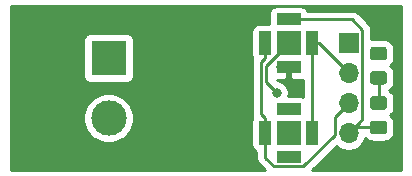
<source format=gbr>
G04 #@! TF.GenerationSoftware,KiCad,Pcbnew,5.1.5*
G04 #@! TF.CreationDate,2020-01-04T22:00:14+01:00*
G04 #@! TF.ProjectId,cs_ina220,63735f69-6e61-4323-9230-2e6b69636164,rev?*
G04 #@! TF.SameCoordinates,Original*
G04 #@! TF.FileFunction,Copper,L2,Bot*
G04 #@! TF.FilePolarity,Positive*
%FSLAX46Y46*%
G04 Gerber Fmt 4.6, Leading zero omitted, Abs format (unit mm)*
G04 Created by KiCad (PCBNEW 5.1.5) date 2020-01-04 22:00:14*
%MOMM*%
%LPD*%
G04 APERTURE LIST*
%ADD10C,0.100000*%
%ADD11C,0.700000*%
%ADD12C,4.400000*%
%ADD13R,2.000000X1.000000*%
%ADD14R,1.000000X2.000000*%
%ADD15R,2.000000X2.000000*%
%ADD16C,3.000000*%
%ADD17R,3.000000X3.000000*%
%ADD18O,1.700000X1.700000*%
%ADD19R,1.700000X1.700000*%
%ADD20C,0.800000*%
%ADD21C,0.250000*%
%ADD22C,0.254000*%
G04 APERTURE END LIST*
G04 #@! TA.AperFunction,SMDPad,CuDef*
D10*
G36*
X135094505Y-94186204D02*
G01*
X135118773Y-94189804D01*
X135142572Y-94195765D01*
X135165671Y-94204030D01*
X135187850Y-94214520D01*
X135208893Y-94227132D01*
X135228599Y-94241747D01*
X135246777Y-94258223D01*
X135263253Y-94276401D01*
X135277868Y-94296107D01*
X135290480Y-94317150D01*
X135300970Y-94339329D01*
X135309235Y-94362428D01*
X135315196Y-94386227D01*
X135318796Y-94410495D01*
X135320000Y-94434999D01*
X135320000Y-95085001D01*
X135318796Y-95109505D01*
X135315196Y-95133773D01*
X135309235Y-95157572D01*
X135300970Y-95180671D01*
X135290480Y-95202850D01*
X135277868Y-95223893D01*
X135263253Y-95243599D01*
X135246777Y-95261777D01*
X135228599Y-95278253D01*
X135208893Y-95292868D01*
X135187850Y-95305480D01*
X135165671Y-95315970D01*
X135142572Y-95324235D01*
X135118773Y-95330196D01*
X135094505Y-95333796D01*
X135070001Y-95335000D01*
X134169999Y-95335000D01*
X134145495Y-95333796D01*
X134121227Y-95330196D01*
X134097428Y-95324235D01*
X134074329Y-95315970D01*
X134052150Y-95305480D01*
X134031107Y-95292868D01*
X134011401Y-95278253D01*
X133993223Y-95261777D01*
X133976747Y-95243599D01*
X133962132Y-95223893D01*
X133949520Y-95202850D01*
X133939030Y-95180671D01*
X133930765Y-95157572D01*
X133924804Y-95133773D01*
X133921204Y-95109505D01*
X133920000Y-95085001D01*
X133920000Y-94434999D01*
X133921204Y-94410495D01*
X133924804Y-94386227D01*
X133930765Y-94362428D01*
X133939030Y-94339329D01*
X133949520Y-94317150D01*
X133962132Y-94296107D01*
X133976747Y-94276401D01*
X133993223Y-94258223D01*
X134011401Y-94241747D01*
X134031107Y-94227132D01*
X134052150Y-94214520D01*
X134074329Y-94204030D01*
X134097428Y-94195765D01*
X134121227Y-94189804D01*
X134145495Y-94186204D01*
X134169999Y-94185000D01*
X135070001Y-94185000D01*
X135094505Y-94186204D01*
G37*
G04 #@! TD.AperFunction*
G04 #@! TA.AperFunction,SMDPad,CuDef*
G36*
X135094505Y-92136204D02*
G01*
X135118773Y-92139804D01*
X135142572Y-92145765D01*
X135165671Y-92154030D01*
X135187850Y-92164520D01*
X135208893Y-92177132D01*
X135228599Y-92191747D01*
X135246777Y-92208223D01*
X135263253Y-92226401D01*
X135277868Y-92246107D01*
X135290480Y-92267150D01*
X135300970Y-92289329D01*
X135309235Y-92312428D01*
X135315196Y-92336227D01*
X135318796Y-92360495D01*
X135320000Y-92384999D01*
X135320000Y-93035001D01*
X135318796Y-93059505D01*
X135315196Y-93083773D01*
X135309235Y-93107572D01*
X135300970Y-93130671D01*
X135290480Y-93152850D01*
X135277868Y-93173893D01*
X135263253Y-93193599D01*
X135246777Y-93211777D01*
X135228599Y-93228253D01*
X135208893Y-93242868D01*
X135187850Y-93255480D01*
X135165671Y-93265970D01*
X135142572Y-93274235D01*
X135118773Y-93280196D01*
X135094505Y-93283796D01*
X135070001Y-93285000D01*
X134169999Y-93285000D01*
X134145495Y-93283796D01*
X134121227Y-93280196D01*
X134097428Y-93274235D01*
X134074329Y-93265970D01*
X134052150Y-93255480D01*
X134031107Y-93242868D01*
X134011401Y-93228253D01*
X133993223Y-93211777D01*
X133976747Y-93193599D01*
X133962132Y-93173893D01*
X133949520Y-93152850D01*
X133939030Y-93130671D01*
X133930765Y-93107572D01*
X133924804Y-93083773D01*
X133921204Y-93059505D01*
X133920000Y-93035001D01*
X133920000Y-92384999D01*
X133921204Y-92360495D01*
X133924804Y-92336227D01*
X133930765Y-92312428D01*
X133939030Y-92289329D01*
X133949520Y-92267150D01*
X133962132Y-92246107D01*
X133976747Y-92226401D01*
X133993223Y-92208223D01*
X134011401Y-92191747D01*
X134031107Y-92177132D01*
X134052150Y-92164520D01*
X134074329Y-92154030D01*
X134097428Y-92145765D01*
X134121227Y-92139804D01*
X134145495Y-92136204D01*
X134169999Y-92135000D01*
X135070001Y-92135000D01*
X135094505Y-92136204D01*
G37*
G04 #@! TD.AperFunction*
G04 #@! TA.AperFunction,SMDPad,CuDef*
G36*
X135094505Y-87936204D02*
G01*
X135118773Y-87939804D01*
X135142572Y-87945765D01*
X135165671Y-87954030D01*
X135187850Y-87964520D01*
X135208893Y-87977132D01*
X135228599Y-87991747D01*
X135246777Y-88008223D01*
X135263253Y-88026401D01*
X135277868Y-88046107D01*
X135290480Y-88067150D01*
X135300970Y-88089329D01*
X135309235Y-88112428D01*
X135315196Y-88136227D01*
X135318796Y-88160495D01*
X135320000Y-88184999D01*
X135320000Y-88835001D01*
X135318796Y-88859505D01*
X135315196Y-88883773D01*
X135309235Y-88907572D01*
X135300970Y-88930671D01*
X135290480Y-88952850D01*
X135277868Y-88973893D01*
X135263253Y-88993599D01*
X135246777Y-89011777D01*
X135228599Y-89028253D01*
X135208893Y-89042868D01*
X135187850Y-89055480D01*
X135165671Y-89065970D01*
X135142572Y-89074235D01*
X135118773Y-89080196D01*
X135094505Y-89083796D01*
X135070001Y-89085000D01*
X134169999Y-89085000D01*
X134145495Y-89083796D01*
X134121227Y-89080196D01*
X134097428Y-89074235D01*
X134074329Y-89065970D01*
X134052150Y-89055480D01*
X134031107Y-89042868D01*
X134011401Y-89028253D01*
X133993223Y-89011777D01*
X133976747Y-88993599D01*
X133962132Y-88973893D01*
X133949520Y-88952850D01*
X133939030Y-88930671D01*
X133930765Y-88907572D01*
X133924804Y-88883773D01*
X133921204Y-88859505D01*
X133920000Y-88835001D01*
X133920000Y-88184999D01*
X133921204Y-88160495D01*
X133924804Y-88136227D01*
X133930765Y-88112428D01*
X133939030Y-88089329D01*
X133949520Y-88067150D01*
X133962132Y-88046107D01*
X133976747Y-88026401D01*
X133993223Y-88008223D01*
X134011401Y-87991747D01*
X134031107Y-87977132D01*
X134052150Y-87964520D01*
X134074329Y-87954030D01*
X134097428Y-87945765D01*
X134121227Y-87939804D01*
X134145495Y-87936204D01*
X134169999Y-87935000D01*
X135070001Y-87935000D01*
X135094505Y-87936204D01*
G37*
G04 #@! TD.AperFunction*
G04 #@! TA.AperFunction,SMDPad,CuDef*
G36*
X135094505Y-89986204D02*
G01*
X135118773Y-89989804D01*
X135142572Y-89995765D01*
X135165671Y-90004030D01*
X135187850Y-90014520D01*
X135208893Y-90027132D01*
X135228599Y-90041747D01*
X135246777Y-90058223D01*
X135263253Y-90076401D01*
X135277868Y-90096107D01*
X135290480Y-90117150D01*
X135300970Y-90139329D01*
X135309235Y-90162428D01*
X135315196Y-90186227D01*
X135318796Y-90210495D01*
X135320000Y-90234999D01*
X135320000Y-90885001D01*
X135318796Y-90909505D01*
X135315196Y-90933773D01*
X135309235Y-90957572D01*
X135300970Y-90980671D01*
X135290480Y-91002850D01*
X135277868Y-91023893D01*
X135263253Y-91043599D01*
X135246777Y-91061777D01*
X135228599Y-91078253D01*
X135208893Y-91092868D01*
X135187850Y-91105480D01*
X135165671Y-91115970D01*
X135142572Y-91124235D01*
X135118773Y-91130196D01*
X135094505Y-91133796D01*
X135070001Y-91135000D01*
X134169999Y-91135000D01*
X134145495Y-91133796D01*
X134121227Y-91130196D01*
X134097428Y-91124235D01*
X134074329Y-91115970D01*
X134052150Y-91105480D01*
X134031107Y-91092868D01*
X134011401Y-91078253D01*
X133993223Y-91061777D01*
X133976747Y-91043599D01*
X133962132Y-91023893D01*
X133949520Y-91002850D01*
X133939030Y-90980671D01*
X133930765Y-90957572D01*
X133924804Y-90933773D01*
X133921204Y-90909505D01*
X133920000Y-90885001D01*
X133920000Y-90234999D01*
X133921204Y-90210495D01*
X133924804Y-90186227D01*
X133930765Y-90162428D01*
X133939030Y-90139329D01*
X133949520Y-90117150D01*
X133962132Y-90096107D01*
X133976747Y-90076401D01*
X133993223Y-90058223D01*
X134011401Y-90041747D01*
X134031107Y-90027132D01*
X134052150Y-90014520D01*
X134074329Y-90004030D01*
X134097428Y-89995765D01*
X134121227Y-89989804D01*
X134145495Y-89986204D01*
X134169999Y-89985000D01*
X135070001Y-89985000D01*
X135094505Y-89986204D01*
G37*
G04 #@! TD.AperFunction*
D11*
X121816726Y-94083274D03*
X120650000Y-93600000D03*
X119483274Y-94083274D03*
X119000000Y-95250000D03*
X119483274Y-96416726D03*
X120650000Y-96900000D03*
X121816726Y-96416726D03*
X122300000Y-95250000D03*
D12*
X120650000Y-95250000D03*
D11*
X121816726Y-86463274D03*
X120650000Y-85980000D03*
X119483274Y-86463274D03*
X119000000Y-87630000D03*
X119483274Y-88796726D03*
X120650000Y-89280000D03*
X121816726Y-88796726D03*
X122300000Y-87630000D03*
D12*
X120650000Y-87630000D03*
D13*
X127000000Y-89630000D03*
X127000000Y-85630000D03*
D14*
X125000000Y-87630000D03*
X129000000Y-87630000D03*
D15*
X127000000Y-87630000D03*
D13*
X127000000Y-97250000D03*
X127000000Y-93250000D03*
D14*
X125000000Y-95250000D03*
X129000000Y-95250000D03*
D15*
X127000000Y-95250000D03*
D16*
X111760000Y-93980000D03*
D17*
X111760000Y-88900000D03*
D18*
X132080000Y-95250000D03*
X132080000Y-92710000D03*
X132080000Y-90170000D03*
D19*
X132080000Y-87630000D03*
D20*
X134620000Y-90560000D03*
X127000000Y-97282000D03*
X126365000Y-89662000D03*
X127000000Y-93250000D03*
X134620000Y-88510000D03*
X127000000Y-95250000D03*
X125984000Y-91821000D03*
D21*
X129000000Y-94000000D02*
X129000000Y-87630000D01*
X129000000Y-95250000D02*
X129000000Y-94000000D01*
X129540000Y-87630000D02*
X129000000Y-87630000D01*
X132080000Y-90170000D02*
X129540000Y-87630000D01*
X134620000Y-92710000D02*
X134620000Y-90560000D01*
X132929999Y-94400001D02*
X132080000Y-95250000D01*
X133255001Y-94074999D02*
X132929999Y-94400001D01*
X133255001Y-86519999D02*
X133255001Y-94074999D01*
X132365002Y-85630000D02*
X133255001Y-86519999D01*
X127000000Y-85630000D02*
X132365002Y-85630000D01*
X132570000Y-94760000D02*
X132080000Y-95250000D01*
X134620000Y-94760000D02*
X132570000Y-94760000D01*
X125000000Y-96500000D02*
X125000000Y-95250000D01*
X125739999Y-98075001D02*
X125000000Y-97335002D01*
X128260001Y-98075001D02*
X125739999Y-98075001D01*
X130904999Y-95430003D02*
X128260001Y-98075001D01*
X125000000Y-97335002D02*
X125000000Y-96500000D01*
X130904999Y-93885001D02*
X130904999Y-95430003D01*
X132080000Y-92710000D02*
X130904999Y-93885001D01*
X124644990Y-89235010D02*
X124644990Y-93644990D01*
X124644990Y-93644990D02*
X125000000Y-94000000D01*
X125000000Y-88880000D02*
X124644990Y-89235010D01*
X125000000Y-94000000D02*
X125000000Y-95250000D01*
X125000000Y-87630000D02*
X125000000Y-88880000D01*
X127000000Y-87630000D02*
X125730000Y-88900000D01*
X125730000Y-88900000D02*
X125095000Y-89535000D01*
X125095000Y-89535000D02*
X125095000Y-90932000D01*
X125095000Y-90932000D02*
X125984000Y-91821000D01*
D22*
G36*
X136500000Y-98400000D02*
G01*
X129009803Y-98400000D01*
X131069848Y-96339955D01*
X131133368Y-96403475D01*
X131376589Y-96565990D01*
X131646842Y-96677932D01*
X131933740Y-96735000D01*
X132226260Y-96735000D01*
X132513158Y-96677932D01*
X132783411Y-96565990D01*
X133026632Y-96403475D01*
X133233475Y-96196632D01*
X133395990Y-95953411D01*
X133507932Y-95683158D01*
X133509814Y-95673697D01*
X133542038Y-95712962D01*
X133676613Y-95823405D01*
X133830149Y-95905472D01*
X133996745Y-95956008D01*
X134169999Y-95973072D01*
X135070001Y-95973072D01*
X135243255Y-95956008D01*
X135409851Y-95905472D01*
X135563387Y-95823405D01*
X135697962Y-95712962D01*
X135808405Y-95578387D01*
X135890472Y-95424851D01*
X135941008Y-95258255D01*
X135958072Y-95085001D01*
X135958072Y-94434999D01*
X135941008Y-94261745D01*
X135890472Y-94095149D01*
X135808405Y-93941613D01*
X135697962Y-93807038D01*
X135610184Y-93735000D01*
X135697962Y-93662962D01*
X135808405Y-93528387D01*
X135890472Y-93374851D01*
X135941008Y-93208255D01*
X135958072Y-93035001D01*
X135958072Y-92384999D01*
X135941008Y-92211745D01*
X135890472Y-92045149D01*
X135808405Y-91891613D01*
X135697962Y-91757038D01*
X135563387Y-91646595D01*
X135541694Y-91635000D01*
X135563387Y-91623405D01*
X135697962Y-91512962D01*
X135808405Y-91378387D01*
X135890472Y-91224851D01*
X135941008Y-91058255D01*
X135958072Y-90885001D01*
X135958072Y-90234999D01*
X135941008Y-90061745D01*
X135890472Y-89895149D01*
X135808405Y-89741613D01*
X135697962Y-89607038D01*
X135610184Y-89535000D01*
X135697962Y-89462962D01*
X135808405Y-89328387D01*
X135890472Y-89174851D01*
X135941008Y-89008255D01*
X135958072Y-88835001D01*
X135958072Y-88184999D01*
X135941008Y-88011745D01*
X135890472Y-87845149D01*
X135808405Y-87691613D01*
X135697962Y-87557038D01*
X135563387Y-87446595D01*
X135409851Y-87364528D01*
X135243255Y-87313992D01*
X135070001Y-87296928D01*
X134169999Y-87296928D01*
X134015001Y-87312194D01*
X134015001Y-86557324D01*
X134018677Y-86519999D01*
X134015001Y-86482674D01*
X134015001Y-86482666D01*
X134004004Y-86371013D01*
X133960547Y-86227752D01*
X133889975Y-86095723D01*
X133795002Y-85979998D01*
X133766005Y-85956201D01*
X132928805Y-85119002D01*
X132905003Y-85089999D01*
X132789278Y-84995026D01*
X132657249Y-84924454D01*
X132513988Y-84880997D01*
X132402335Y-84870000D01*
X132402324Y-84870000D01*
X132365002Y-84866324D01*
X132327680Y-84870000D01*
X128581046Y-84870000D01*
X128530537Y-84775506D01*
X128451185Y-84678815D01*
X128354494Y-84599463D01*
X128244180Y-84540498D01*
X128124482Y-84504188D01*
X128000000Y-84491928D01*
X126000000Y-84491928D01*
X125875518Y-84504188D01*
X125755820Y-84540498D01*
X125645506Y-84599463D01*
X125548815Y-84678815D01*
X125469463Y-84775506D01*
X125410498Y-84885820D01*
X125374188Y-85005518D01*
X125361928Y-85130000D01*
X125361928Y-85991928D01*
X124500000Y-85991928D01*
X124375518Y-86004188D01*
X124255820Y-86040498D01*
X124145506Y-86099463D01*
X124048815Y-86178815D01*
X123969463Y-86275506D01*
X123910498Y-86385820D01*
X123874188Y-86505518D01*
X123861928Y-86630000D01*
X123861928Y-88630000D01*
X123874188Y-88754482D01*
X123910498Y-88874180D01*
X123943301Y-88935549D01*
X123939444Y-88942764D01*
X123895987Y-89086025D01*
X123884990Y-89197678D01*
X123884990Y-89197688D01*
X123881314Y-89235010D01*
X123884990Y-89272333D01*
X123884991Y-93607658D01*
X123881314Y-93644990D01*
X123884991Y-93682323D01*
X123895988Y-93793976D01*
X123908797Y-93836202D01*
X123939444Y-93937236D01*
X123943301Y-93944451D01*
X123910498Y-94005820D01*
X123874188Y-94125518D01*
X123861928Y-94250000D01*
X123861928Y-96250000D01*
X123874188Y-96374482D01*
X123910498Y-96494180D01*
X123969463Y-96604494D01*
X124048815Y-96701185D01*
X124145506Y-96780537D01*
X124240000Y-96831046D01*
X124240000Y-97297680D01*
X124236324Y-97335002D01*
X124240000Y-97372324D01*
X124240000Y-97372334D01*
X124250997Y-97483987D01*
X124294384Y-97627018D01*
X124294454Y-97627248D01*
X124365026Y-97759278D01*
X124404871Y-97807828D01*
X124459999Y-97875003D01*
X124489002Y-97898805D01*
X124990196Y-98400000D01*
X103530000Y-98400000D01*
X103530000Y-97239775D01*
X118839830Y-97239775D01*
X119079976Y-97627018D01*
X119573877Y-97887641D01*
X120109133Y-98046901D01*
X120665174Y-98098678D01*
X121220632Y-98040981D01*
X121754161Y-97876028D01*
X122220024Y-97627018D01*
X122460170Y-97239775D01*
X120650000Y-95429605D01*
X118839830Y-97239775D01*
X103530000Y-97239775D01*
X103530000Y-93769721D01*
X109625000Y-93769721D01*
X109625000Y-94190279D01*
X109707047Y-94602756D01*
X109867988Y-94991302D01*
X110101637Y-95340983D01*
X110399017Y-95638363D01*
X110748698Y-95872012D01*
X111137244Y-96032953D01*
X111549721Y-96115000D01*
X111970279Y-96115000D01*
X112382756Y-96032953D01*
X112771302Y-95872012D01*
X113120983Y-95638363D01*
X113418363Y-95340983D01*
X113469016Y-95265174D01*
X117801322Y-95265174D01*
X117859019Y-95820632D01*
X118023972Y-96354161D01*
X118272982Y-96820024D01*
X118660225Y-97060170D01*
X120470395Y-95250000D01*
X120829605Y-95250000D01*
X122639775Y-97060170D01*
X123027018Y-96820024D01*
X123287641Y-96326123D01*
X123446901Y-95790867D01*
X123498678Y-95234826D01*
X123440981Y-94679368D01*
X123276028Y-94145839D01*
X123027018Y-93679976D01*
X122639775Y-93439830D01*
X120829605Y-95250000D01*
X120470395Y-95250000D01*
X118660225Y-93439830D01*
X118272982Y-93679976D01*
X118012359Y-94173877D01*
X117853099Y-94709133D01*
X117801322Y-95265174D01*
X113469016Y-95265174D01*
X113652012Y-94991302D01*
X113812953Y-94602756D01*
X113895000Y-94190279D01*
X113895000Y-93769721D01*
X113812953Y-93357244D01*
X113772767Y-93260225D01*
X118839830Y-93260225D01*
X120650000Y-95070395D01*
X122460170Y-93260225D01*
X122220024Y-92872982D01*
X121726123Y-92612359D01*
X121190867Y-92453099D01*
X120634826Y-92401322D01*
X120079368Y-92459019D01*
X119545839Y-92623972D01*
X119079976Y-92872982D01*
X118839830Y-93260225D01*
X113772767Y-93260225D01*
X113652012Y-92968698D01*
X113418363Y-92619017D01*
X113120983Y-92321637D01*
X112771302Y-92087988D01*
X112382756Y-91927047D01*
X111970279Y-91845000D01*
X111549721Y-91845000D01*
X111137244Y-91927047D01*
X110748698Y-92087988D01*
X110399017Y-92321637D01*
X110101637Y-92619017D01*
X109867988Y-92968698D01*
X109707047Y-93357244D01*
X109625000Y-93769721D01*
X103530000Y-93769721D01*
X103530000Y-87400000D01*
X109621928Y-87400000D01*
X109621928Y-90400000D01*
X109634188Y-90524482D01*
X109670498Y-90644180D01*
X109729463Y-90754494D01*
X109808815Y-90851185D01*
X109905506Y-90930537D01*
X110015820Y-90989502D01*
X110135518Y-91025812D01*
X110260000Y-91038072D01*
X113260000Y-91038072D01*
X113384482Y-91025812D01*
X113504180Y-90989502D01*
X113614494Y-90930537D01*
X113711185Y-90851185D01*
X113790537Y-90754494D01*
X113849502Y-90644180D01*
X113885812Y-90524482D01*
X113898072Y-90400000D01*
X113898072Y-89619775D01*
X118839830Y-89619775D01*
X119079976Y-90007018D01*
X119573877Y-90267641D01*
X120109133Y-90426901D01*
X120665174Y-90478678D01*
X121220632Y-90420981D01*
X121754161Y-90256028D01*
X122220024Y-90007018D01*
X122460170Y-89619775D01*
X120650000Y-87809605D01*
X118839830Y-89619775D01*
X113898072Y-89619775D01*
X113898072Y-87645174D01*
X117801322Y-87645174D01*
X117859019Y-88200632D01*
X118023972Y-88734161D01*
X118272982Y-89200024D01*
X118660225Y-89440170D01*
X120470395Y-87630000D01*
X120829605Y-87630000D01*
X122639775Y-89440170D01*
X123027018Y-89200024D01*
X123287641Y-88706123D01*
X123446901Y-88170867D01*
X123498678Y-87614826D01*
X123440981Y-87059368D01*
X123276028Y-86525839D01*
X123027018Y-86059976D01*
X122639775Y-85819830D01*
X120829605Y-87630000D01*
X120470395Y-87630000D01*
X118660225Y-85819830D01*
X118272982Y-86059976D01*
X118012359Y-86553877D01*
X117853099Y-87089133D01*
X117801322Y-87645174D01*
X113898072Y-87645174D01*
X113898072Y-87400000D01*
X113885812Y-87275518D01*
X113849502Y-87155820D01*
X113790537Y-87045506D01*
X113711185Y-86948815D01*
X113614494Y-86869463D01*
X113504180Y-86810498D01*
X113384482Y-86774188D01*
X113260000Y-86761928D01*
X110260000Y-86761928D01*
X110135518Y-86774188D01*
X110015820Y-86810498D01*
X109905506Y-86869463D01*
X109808815Y-86948815D01*
X109729463Y-87045506D01*
X109670498Y-87155820D01*
X109634188Y-87275518D01*
X109621928Y-87400000D01*
X103530000Y-87400000D01*
X103530000Y-85640225D01*
X118839830Y-85640225D01*
X120650000Y-87450395D01*
X122460170Y-85640225D01*
X122220024Y-85252982D01*
X121726123Y-84992359D01*
X121190867Y-84833099D01*
X120634826Y-84781322D01*
X120079368Y-84839019D01*
X119545839Y-85003972D01*
X119079976Y-85252982D01*
X118839830Y-85640225D01*
X103530000Y-85640225D01*
X103530000Y-84480000D01*
X136500001Y-84480000D01*
X136500000Y-98400000D01*
G37*
X136500000Y-98400000D02*
X129009803Y-98400000D01*
X131069848Y-96339955D01*
X131133368Y-96403475D01*
X131376589Y-96565990D01*
X131646842Y-96677932D01*
X131933740Y-96735000D01*
X132226260Y-96735000D01*
X132513158Y-96677932D01*
X132783411Y-96565990D01*
X133026632Y-96403475D01*
X133233475Y-96196632D01*
X133395990Y-95953411D01*
X133507932Y-95683158D01*
X133509814Y-95673697D01*
X133542038Y-95712962D01*
X133676613Y-95823405D01*
X133830149Y-95905472D01*
X133996745Y-95956008D01*
X134169999Y-95973072D01*
X135070001Y-95973072D01*
X135243255Y-95956008D01*
X135409851Y-95905472D01*
X135563387Y-95823405D01*
X135697962Y-95712962D01*
X135808405Y-95578387D01*
X135890472Y-95424851D01*
X135941008Y-95258255D01*
X135958072Y-95085001D01*
X135958072Y-94434999D01*
X135941008Y-94261745D01*
X135890472Y-94095149D01*
X135808405Y-93941613D01*
X135697962Y-93807038D01*
X135610184Y-93735000D01*
X135697962Y-93662962D01*
X135808405Y-93528387D01*
X135890472Y-93374851D01*
X135941008Y-93208255D01*
X135958072Y-93035001D01*
X135958072Y-92384999D01*
X135941008Y-92211745D01*
X135890472Y-92045149D01*
X135808405Y-91891613D01*
X135697962Y-91757038D01*
X135563387Y-91646595D01*
X135541694Y-91635000D01*
X135563387Y-91623405D01*
X135697962Y-91512962D01*
X135808405Y-91378387D01*
X135890472Y-91224851D01*
X135941008Y-91058255D01*
X135958072Y-90885001D01*
X135958072Y-90234999D01*
X135941008Y-90061745D01*
X135890472Y-89895149D01*
X135808405Y-89741613D01*
X135697962Y-89607038D01*
X135610184Y-89535000D01*
X135697962Y-89462962D01*
X135808405Y-89328387D01*
X135890472Y-89174851D01*
X135941008Y-89008255D01*
X135958072Y-88835001D01*
X135958072Y-88184999D01*
X135941008Y-88011745D01*
X135890472Y-87845149D01*
X135808405Y-87691613D01*
X135697962Y-87557038D01*
X135563387Y-87446595D01*
X135409851Y-87364528D01*
X135243255Y-87313992D01*
X135070001Y-87296928D01*
X134169999Y-87296928D01*
X134015001Y-87312194D01*
X134015001Y-86557324D01*
X134018677Y-86519999D01*
X134015001Y-86482674D01*
X134015001Y-86482666D01*
X134004004Y-86371013D01*
X133960547Y-86227752D01*
X133889975Y-86095723D01*
X133795002Y-85979998D01*
X133766005Y-85956201D01*
X132928805Y-85119002D01*
X132905003Y-85089999D01*
X132789278Y-84995026D01*
X132657249Y-84924454D01*
X132513988Y-84880997D01*
X132402335Y-84870000D01*
X132402324Y-84870000D01*
X132365002Y-84866324D01*
X132327680Y-84870000D01*
X128581046Y-84870000D01*
X128530537Y-84775506D01*
X128451185Y-84678815D01*
X128354494Y-84599463D01*
X128244180Y-84540498D01*
X128124482Y-84504188D01*
X128000000Y-84491928D01*
X126000000Y-84491928D01*
X125875518Y-84504188D01*
X125755820Y-84540498D01*
X125645506Y-84599463D01*
X125548815Y-84678815D01*
X125469463Y-84775506D01*
X125410498Y-84885820D01*
X125374188Y-85005518D01*
X125361928Y-85130000D01*
X125361928Y-85991928D01*
X124500000Y-85991928D01*
X124375518Y-86004188D01*
X124255820Y-86040498D01*
X124145506Y-86099463D01*
X124048815Y-86178815D01*
X123969463Y-86275506D01*
X123910498Y-86385820D01*
X123874188Y-86505518D01*
X123861928Y-86630000D01*
X123861928Y-88630000D01*
X123874188Y-88754482D01*
X123910498Y-88874180D01*
X123943301Y-88935549D01*
X123939444Y-88942764D01*
X123895987Y-89086025D01*
X123884990Y-89197678D01*
X123884990Y-89197688D01*
X123881314Y-89235010D01*
X123884990Y-89272333D01*
X123884991Y-93607658D01*
X123881314Y-93644990D01*
X123884991Y-93682323D01*
X123895988Y-93793976D01*
X123908797Y-93836202D01*
X123939444Y-93937236D01*
X123943301Y-93944451D01*
X123910498Y-94005820D01*
X123874188Y-94125518D01*
X123861928Y-94250000D01*
X123861928Y-96250000D01*
X123874188Y-96374482D01*
X123910498Y-96494180D01*
X123969463Y-96604494D01*
X124048815Y-96701185D01*
X124145506Y-96780537D01*
X124240000Y-96831046D01*
X124240000Y-97297680D01*
X124236324Y-97335002D01*
X124240000Y-97372324D01*
X124240000Y-97372334D01*
X124250997Y-97483987D01*
X124294384Y-97627018D01*
X124294454Y-97627248D01*
X124365026Y-97759278D01*
X124404871Y-97807828D01*
X124459999Y-97875003D01*
X124489002Y-97898805D01*
X124990196Y-98400000D01*
X103530000Y-98400000D01*
X103530000Y-97239775D01*
X118839830Y-97239775D01*
X119079976Y-97627018D01*
X119573877Y-97887641D01*
X120109133Y-98046901D01*
X120665174Y-98098678D01*
X121220632Y-98040981D01*
X121754161Y-97876028D01*
X122220024Y-97627018D01*
X122460170Y-97239775D01*
X120650000Y-95429605D01*
X118839830Y-97239775D01*
X103530000Y-97239775D01*
X103530000Y-93769721D01*
X109625000Y-93769721D01*
X109625000Y-94190279D01*
X109707047Y-94602756D01*
X109867988Y-94991302D01*
X110101637Y-95340983D01*
X110399017Y-95638363D01*
X110748698Y-95872012D01*
X111137244Y-96032953D01*
X111549721Y-96115000D01*
X111970279Y-96115000D01*
X112382756Y-96032953D01*
X112771302Y-95872012D01*
X113120983Y-95638363D01*
X113418363Y-95340983D01*
X113469016Y-95265174D01*
X117801322Y-95265174D01*
X117859019Y-95820632D01*
X118023972Y-96354161D01*
X118272982Y-96820024D01*
X118660225Y-97060170D01*
X120470395Y-95250000D01*
X120829605Y-95250000D01*
X122639775Y-97060170D01*
X123027018Y-96820024D01*
X123287641Y-96326123D01*
X123446901Y-95790867D01*
X123498678Y-95234826D01*
X123440981Y-94679368D01*
X123276028Y-94145839D01*
X123027018Y-93679976D01*
X122639775Y-93439830D01*
X120829605Y-95250000D01*
X120470395Y-95250000D01*
X118660225Y-93439830D01*
X118272982Y-93679976D01*
X118012359Y-94173877D01*
X117853099Y-94709133D01*
X117801322Y-95265174D01*
X113469016Y-95265174D01*
X113652012Y-94991302D01*
X113812953Y-94602756D01*
X113895000Y-94190279D01*
X113895000Y-93769721D01*
X113812953Y-93357244D01*
X113772767Y-93260225D01*
X118839830Y-93260225D01*
X120650000Y-95070395D01*
X122460170Y-93260225D01*
X122220024Y-92872982D01*
X121726123Y-92612359D01*
X121190867Y-92453099D01*
X120634826Y-92401322D01*
X120079368Y-92459019D01*
X119545839Y-92623972D01*
X119079976Y-92872982D01*
X118839830Y-93260225D01*
X113772767Y-93260225D01*
X113652012Y-92968698D01*
X113418363Y-92619017D01*
X113120983Y-92321637D01*
X112771302Y-92087988D01*
X112382756Y-91927047D01*
X111970279Y-91845000D01*
X111549721Y-91845000D01*
X111137244Y-91927047D01*
X110748698Y-92087988D01*
X110399017Y-92321637D01*
X110101637Y-92619017D01*
X109867988Y-92968698D01*
X109707047Y-93357244D01*
X109625000Y-93769721D01*
X103530000Y-93769721D01*
X103530000Y-87400000D01*
X109621928Y-87400000D01*
X109621928Y-90400000D01*
X109634188Y-90524482D01*
X109670498Y-90644180D01*
X109729463Y-90754494D01*
X109808815Y-90851185D01*
X109905506Y-90930537D01*
X110015820Y-90989502D01*
X110135518Y-91025812D01*
X110260000Y-91038072D01*
X113260000Y-91038072D01*
X113384482Y-91025812D01*
X113504180Y-90989502D01*
X113614494Y-90930537D01*
X113711185Y-90851185D01*
X113790537Y-90754494D01*
X113849502Y-90644180D01*
X113885812Y-90524482D01*
X113898072Y-90400000D01*
X113898072Y-89619775D01*
X118839830Y-89619775D01*
X119079976Y-90007018D01*
X119573877Y-90267641D01*
X120109133Y-90426901D01*
X120665174Y-90478678D01*
X121220632Y-90420981D01*
X121754161Y-90256028D01*
X122220024Y-90007018D01*
X122460170Y-89619775D01*
X120650000Y-87809605D01*
X118839830Y-89619775D01*
X113898072Y-89619775D01*
X113898072Y-87645174D01*
X117801322Y-87645174D01*
X117859019Y-88200632D01*
X118023972Y-88734161D01*
X118272982Y-89200024D01*
X118660225Y-89440170D01*
X120470395Y-87630000D01*
X120829605Y-87630000D01*
X122639775Y-89440170D01*
X123027018Y-89200024D01*
X123287641Y-88706123D01*
X123446901Y-88170867D01*
X123498678Y-87614826D01*
X123440981Y-87059368D01*
X123276028Y-86525839D01*
X123027018Y-86059976D01*
X122639775Y-85819830D01*
X120829605Y-87630000D01*
X120470395Y-87630000D01*
X118660225Y-85819830D01*
X118272982Y-86059976D01*
X118012359Y-86553877D01*
X117853099Y-87089133D01*
X117801322Y-87645174D01*
X113898072Y-87645174D01*
X113898072Y-87400000D01*
X113885812Y-87275518D01*
X113849502Y-87155820D01*
X113790537Y-87045506D01*
X113711185Y-86948815D01*
X113614494Y-86869463D01*
X113504180Y-86810498D01*
X113384482Y-86774188D01*
X113260000Y-86761928D01*
X110260000Y-86761928D01*
X110135518Y-86774188D01*
X110015820Y-86810498D01*
X109905506Y-86869463D01*
X109808815Y-86948815D01*
X109729463Y-87045506D01*
X109670498Y-87155820D01*
X109634188Y-87275518D01*
X109621928Y-87400000D01*
X103530000Y-87400000D01*
X103530000Y-85640225D01*
X118839830Y-85640225D01*
X120650000Y-87450395D01*
X122460170Y-85640225D01*
X122220024Y-85252982D01*
X121726123Y-84992359D01*
X121190867Y-84833099D01*
X120634826Y-84781322D01*
X120079368Y-84839019D01*
X119545839Y-85003972D01*
X119079976Y-85252982D01*
X118839830Y-85640225D01*
X103530000Y-85640225D01*
X103530000Y-84480000D01*
X136500001Y-84480000D01*
X136500000Y-98400000D01*
G36*
X127127000Y-97123000D02*
G01*
X127147000Y-97123000D01*
X127147000Y-97315001D01*
X126853000Y-97315001D01*
X126853000Y-97123000D01*
X126873000Y-97123000D01*
X126873000Y-97103000D01*
X127127000Y-97103000D01*
X127127000Y-97123000D01*
G37*
X127127000Y-97123000D02*
X127147000Y-97123000D01*
X127147000Y-97315001D01*
X126853000Y-97315001D01*
X126853000Y-97123000D01*
X126873000Y-97123000D01*
X126873000Y-97103000D01*
X127127000Y-97103000D01*
X127127000Y-97123000D01*
G36*
X127127000Y-89503000D02*
G01*
X127147000Y-89503000D01*
X127147000Y-89757000D01*
X127127000Y-89757000D01*
X127127000Y-90606250D01*
X127285750Y-90765000D01*
X128000000Y-90768072D01*
X128124482Y-90755812D01*
X128240001Y-90720770D01*
X128240000Y-92159230D01*
X128124482Y-92124188D01*
X128000000Y-92111928D01*
X126981408Y-92111928D01*
X127019000Y-91922939D01*
X127019000Y-91719061D01*
X126979226Y-91519102D01*
X126901205Y-91330744D01*
X126787937Y-91161226D01*
X126643774Y-91017063D01*
X126474256Y-90903795D01*
X126285898Y-90825774D01*
X126085939Y-90786000D01*
X126023801Y-90786000D01*
X126005848Y-90768047D01*
X126714250Y-90765000D01*
X126873000Y-90606250D01*
X126873000Y-89757000D01*
X126853000Y-89757000D01*
X126853000Y-89503000D01*
X126873000Y-89503000D01*
X126873000Y-89483000D01*
X127127000Y-89483000D01*
X127127000Y-89503000D01*
G37*
X127127000Y-89503000D02*
X127147000Y-89503000D01*
X127147000Y-89757000D01*
X127127000Y-89757000D01*
X127127000Y-90606250D01*
X127285750Y-90765000D01*
X128000000Y-90768072D01*
X128124482Y-90755812D01*
X128240001Y-90720770D01*
X128240000Y-92159230D01*
X128124482Y-92124188D01*
X128000000Y-92111928D01*
X126981408Y-92111928D01*
X127019000Y-91922939D01*
X127019000Y-91719061D01*
X126979226Y-91519102D01*
X126901205Y-91330744D01*
X126787937Y-91161226D01*
X126643774Y-91017063D01*
X126474256Y-90903795D01*
X126285898Y-90825774D01*
X126085939Y-90786000D01*
X126023801Y-90786000D01*
X126005848Y-90768047D01*
X126714250Y-90765000D01*
X126873000Y-90606250D01*
X126873000Y-89757000D01*
X126853000Y-89757000D01*
X126853000Y-89503000D01*
X126873000Y-89503000D01*
X126873000Y-89483000D01*
X127127000Y-89483000D01*
X127127000Y-89503000D01*
G36*
X132207000Y-87503000D02*
G01*
X132227000Y-87503000D01*
X132227000Y-87757000D01*
X132207000Y-87757000D01*
X132207000Y-87777000D01*
X131953000Y-87777000D01*
X131953000Y-87757000D01*
X131933000Y-87757000D01*
X131933000Y-87503000D01*
X131953000Y-87503000D01*
X131953000Y-87483000D01*
X132207000Y-87483000D01*
X132207000Y-87503000D01*
G37*
X132207000Y-87503000D02*
X132227000Y-87503000D01*
X132227000Y-87757000D01*
X132207000Y-87757000D01*
X132207000Y-87777000D01*
X131953000Y-87777000D01*
X131953000Y-87757000D01*
X131933000Y-87757000D01*
X131933000Y-87503000D01*
X131953000Y-87503000D01*
X131953000Y-87483000D01*
X132207000Y-87483000D01*
X132207000Y-87503000D01*
G36*
X123317000Y-98400000D02*
G01*
X117729000Y-98400000D01*
X117729000Y-84480000D01*
X123317000Y-84480000D01*
X123317000Y-98400000D01*
G37*
X123317000Y-98400000D02*
X117729000Y-98400000D01*
X117729000Y-84480000D01*
X123317000Y-84480000D01*
X123317000Y-98400000D01*
M02*

</source>
